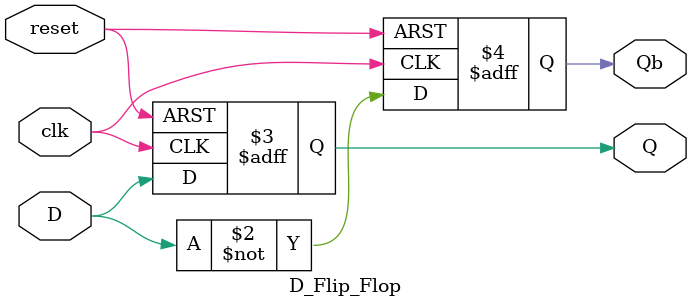
<source format=v>
module D_Flip_Flop(D, reset, clk, Q, Qb);
  input D, reset, clk; 
  output Q, Qb;        
  reg Q, Qb;  
  
  always @(posedge clk,posedge reset) 
  begin
    if (reset) begin    //active high and asynchronous
      Q<=0;
      Qb<=1;
     end         
    else begin
      Q= D;          
      Qb=~D; 
      end  
  end
endmodule

</source>
